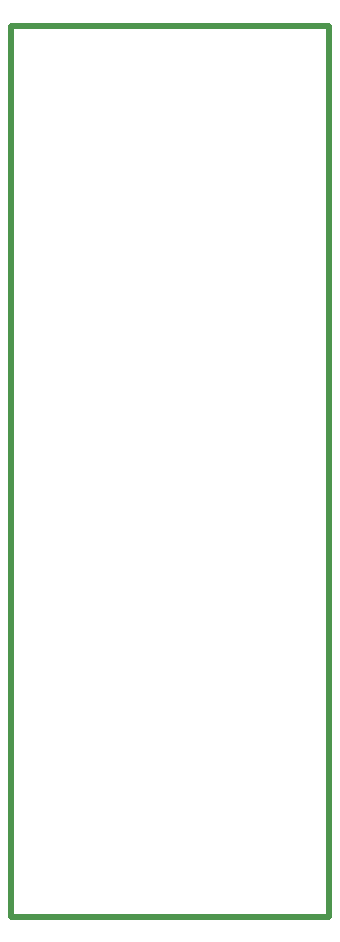
<source format=gbr>
%TF.GenerationSoftware,KiCad,Pcbnew,5.99.0-unknown-9c2a260~88~ubuntu18.04.1*%
%TF.CreationDate,2020-04-14T17:14:38+02:00*%
%TF.ProjectId,BM64_adapter,424d3634-5f61-4646-9170-7465722e6b69,rev?*%
%TF.SameCoordinates,Original*%
%TF.FileFunction,Profile,NP*%
%FSLAX46Y46*%
G04 Gerber Fmt 4.6, Leading zero omitted, Abs format (unit mm)*
G04 Created by KiCad (PCBNEW 5.99.0-unknown-9c2a260~88~ubuntu18.04.1) date 2020-04-14 17:14:38*
%MOMM*%
%LPD*%
G01*
G04 APERTURE LIST*
%TA.AperFunction,Profile*%
%ADD10C,0.500000*%
%TD*%
G04 APERTURE END LIST*
D10*
X160782000Y-138938000D02*
X160782000Y-63500000D01*
X187706000Y-63500000D02*
X187706000Y-138938000D01*
X160782000Y-63500000D02*
X187706000Y-63500000D01*
X187706000Y-138938000D02*
X160782000Y-138938000D01*
M02*

</source>
